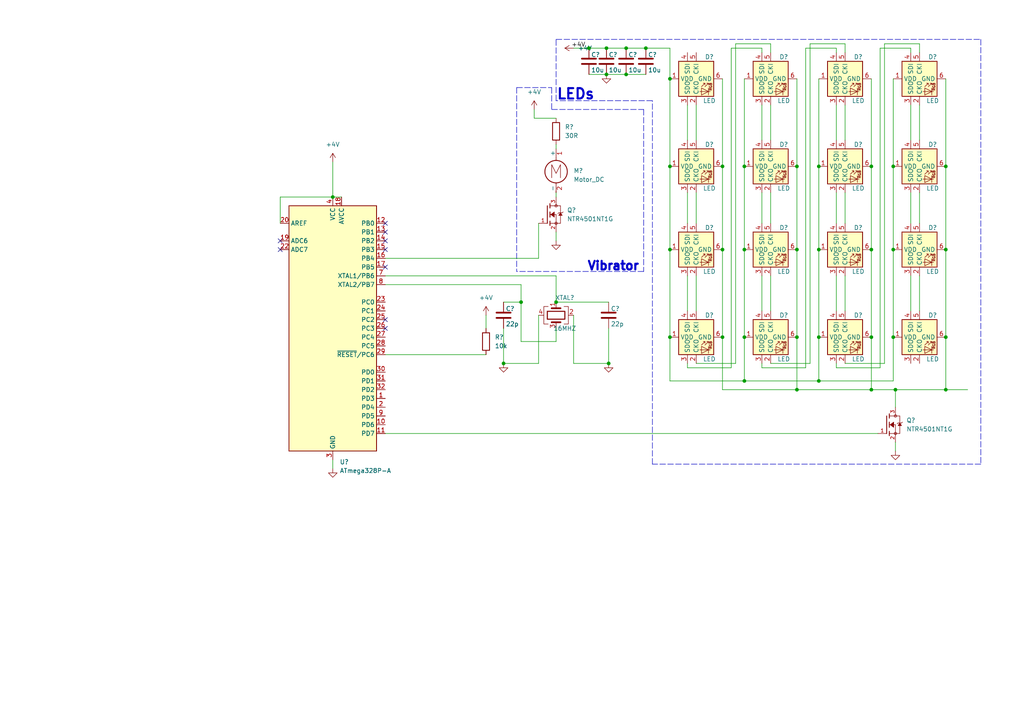
<source format=kicad_sch>
(kicad_sch (version 20211123) (generator eeschema)
  (paper "A4")
  (lib_symbols
    (symbol "Device:C" (pin_numbers hide) (pin_names (offset 0.254))
      (property "Reference" "C" (at 0.635 2.54 0))
      (property "Value" "C" (at 0.635 -2.54 0))
      (symbol "C_0_1"
        (polyline (pts (xy -2.032 -0.762) (xy 2.032 -0.762)) (stroke (width 0.508)))
        (polyline (pts (xy -2.032 0.762) (xy 2.032 0.762)) (stroke (width 0.508)))
      )
      (symbol "C_1_1"
        (pin passive line (at 0 3.81 270) (length 2.794) (name "~") (number "1"))
        (pin passive line (at 0 -3.81 90) (length 2.794) (name "~") (number "2"))
      )
    )
    (symbol "Device:Crystal_GND24" (pin_names (offset 1.016) hide)
      (property "Reference" "Y" (at 3.175 5.08 0))
      (property "Value" "Crystal_GND24" (at 3.175 3.175 0))
      (symbol "Crystal_GND24_0_1"
        (rectangle (start -1.143 2.54) (end 1.143 -2.54) (stroke (width 0.3048)))
        (polyline (pts (xy -2.54 0) (xy -2.032 0)))
        (polyline (pts (xy -2.032 -1.27) (xy -2.032 1.27)) (stroke (width 0.508)))
        (polyline (pts (xy 0 -3.81) (xy 0 -3.556)))
        (polyline (pts (xy 0 3.556) (xy 0 3.81)))
        (polyline (pts (xy 2.032 -1.27) (xy 2.032 1.27)) (stroke (width 0.508)))
        (polyline (pts (xy 2.032 0) (xy 2.54 0)))
        (polyline (pts (xy -2.54 -2.286) (xy -2.54 -3.556) (xy 2.54 -3.556) (xy 2.54 -2.286)))
        (polyline (pts (xy -2.54 2.286) (xy -2.54 3.556) (xy 2.54 3.556) (xy 2.54 2.286)))
      )
      (symbol "Crystal_GND24_1_1"
        (pin passive line (at -3.81 0 0) (length 1.27) (name "1") (number "1"))
        (pin passive line (at 0 5.08 270) (length 1.27) (name "2") (number "2"))
        (pin passive line (at 3.81 0 180) (length 1.27) (name "3") (number "3"))
        (pin passive line (at 0 -5.08 90) (length 1.27) (name "4") (number "4"))
      )
    )
    (symbol "Device:R" (pin_numbers hide) (pin_names (offset 0))
      (property "Reference" "R" (at 2.032 0 90))
      (property "Value" "R" (at 0 0 90))
      (symbol "R_0_1"
        (rectangle (start -1.016 -2.54) (end 1.016 2.54) (stroke (width 0.254)))
      )
      (symbol "R_1_1"
        (pin passive line (at 0 3.81 270) (length 1.27) (name "~") (number "1"))
        (pin passive line (at 0 -3.81 90) (length 1.27) (name "~") (number "2"))
      )
    )
    (symbol "LED:APA102-2020"
      (property "Reference" "D" (at 5.08 5.715 0))
      (property "Value" "APA102-2020" (at 1.27 -5.715 0))
      (symbol "APA102-2020_0_0"
        (text "RGB" (at 2.286 -4.191 0) (effects (font (size 0.762 0.762))))
      )
      (symbol "APA102-2020_0_1"
        (polyline (pts (xy 1.27 -3.556) (xy 1.778 -3.556)))
        (polyline (pts (xy 1.27 -2.54) (xy 1.778 -2.54)))
        (polyline (pts (xy 4.699 -3.556) (xy 2.667 -3.556)))
        (polyline (pts (xy 2.286 -2.54) (xy 1.27 -3.556) (xy 1.27 -3.048)))
        (polyline (pts (xy 2.286 -1.524) (xy 1.27 -2.54) (xy 1.27 -2.032)))
        (polyline (pts (xy 3.683 -1.016) (xy 3.683 -3.556) (xy 3.683 -4.064)))
        (polyline (pts (xy 4.699 -1.524) (xy 2.667 -1.524) (xy 3.683 -3.556) (xy 4.699 -1.524)))
        (rectangle (start 5.08 5.08) (end -5.08 -5.08) (stroke (width 0.254)) (fill (type background)))
      )
      (symbol "APA102-2020_1_1"
        (pin power_in line (at 0 7.62 270) (length 2.54) (name "VDD") (number "1"))
        (pin output line (at 7.62 0 180) (length 2.54) (name "CKO") (number "2"))
        (pin output line (at 7.62 2.54 180) (length 2.54) (name "SDO") (number "3"))
        (pin input line (at -7.62 2.54 0) (length 2.54) (name "SDI") (number "4"))
        (pin input line (at -7.62 0 0) (length 2.54) (name "CKI") (number "5"))
        (pin power_in line (at 0 -7.62 90) (length 2.54) (name "GND") (number "6"))
      )
    )
    (symbol "MCU_Microchip_ATmega:ATmega328P-A"
      (property "Reference" "U" (at -12.7 36.83 0))
      (property "Value" "ATmega328P-A" (at 2.54 -36.83 0))
      (symbol "ATmega328P-A_0_1"
        (rectangle (start -12.7 -35.56) (end 12.7 35.56) (stroke (width 0.254)) (fill (type background)))
      )
      (symbol "ATmega328P-A_1_1"
        (pin bidirectional line (at 15.24 -20.32 180) (length 2.54) (name "PD3") (number "1"))
        (pin bidirectional line (at 15.24 -27.94 180) (length 2.54) (name "PD6") (number "10"))
        (pin bidirectional line (at 15.24 -30.48 180) (length 2.54) (name "PD7") (number "11"))
        (pin bidirectional line (at 15.24 30.48 180) (length 2.54) (name "PB0") (number "12"))
        (pin bidirectional line (at 15.24 27.94 180) (length 2.54) (name "PB1") (number "13"))
        (pin bidirectional line (at 15.24 25.4 180) (length 2.54) (name "PB2") (number "14"))
        (pin bidirectional line (at 15.24 22.86 180) (length 2.54) (name "PB3") (number "15"))
        (pin bidirectional line (at 15.24 20.32 180) (length 2.54) (name "PB4") (number "16"))
        (pin bidirectional line (at 15.24 17.78 180) (length 2.54) (name "PB5") (number "17"))
        (pin power_in line (at 2.54 38.1 270) (length 2.54) (name "AVCC") (number "18"))
        (pin input line (at -15.24 25.4 0) (length 2.54) (name "ADC6") (number "19"))
        (pin bidirectional line (at 15.24 -22.86 180) (length 2.54) (name "PD4") (number "2"))
        (pin passive line (at -15.24 30.48 0) (length 2.54) (name "AREF") (number "20"))
        (pin passive line (at 0 -38.1 90) (length 2.54) hide (name "GND") (number "21"))
        (pin input line (at -15.24 22.86 0) (length 2.54) (name "ADC7") (number "22"))
        (pin bidirectional line (at 15.24 7.62 180) (length 2.54) (name "PC0") (number "23"))
        (pin bidirectional line (at 15.24 5.08 180) (length 2.54) (name "PC1") (number "24"))
        (pin bidirectional line (at 15.24 2.54 180) (length 2.54) (name "PC2") (number "25"))
        (pin bidirectional line (at 15.24 0 180) (length 2.54) (name "PC3") (number "26"))
        (pin bidirectional line (at 15.24 -2.54 180) (length 2.54) (name "PC4") (number "27"))
        (pin bidirectional line (at 15.24 -5.08 180) (length 2.54) (name "PC5") (number "28"))
        (pin bidirectional line (at 15.24 -7.62 180) (length 2.54) (name "~{RESET}/PC6") (number "29"))
        (pin power_in line (at 0 -38.1 90) (length 2.54) (name "GND") (number "3"))
        (pin bidirectional line (at 15.24 -12.7 180) (length 2.54) (name "PD0") (number "30"))
        (pin bidirectional line (at 15.24 -15.24 180) (length 2.54) (name "PD1") (number "31"))
        (pin bidirectional line (at 15.24 -17.78 180) (length 2.54) (name "PD2") (number "32"))
        (pin power_in line (at 0 38.1 270) (length 2.54) (name "VCC") (number "4"))
        (pin passive line (at 0 -38.1 90) (length 2.54) hide (name "GND") (number "5"))
        (pin passive line (at 0 38.1 270) (length 2.54) hide (name "VCC") (number "6"))
        (pin bidirectional line (at 15.24 15.24 180) (length 2.54) (name "XTAL1/PB6") (number "7"))
        (pin bidirectional line (at 15.24 12.7 180) (length 2.54) (name "XTAL2/PB7") (number "8"))
        (pin bidirectional line (at 15.24 -25.4 180) (length 2.54) (name "PD5") (number "9"))
      )
    )
    (symbol "Motor:Motor_DC" (pin_names (offset 0))
      (property "Reference" "M" (at 2.54 2.54 0))
      (property "Value" "Motor_DC" (at 2.54 -5.08 0))
      (symbol "Motor_DC_0_0"
        (polyline (pts (xy -1.27 -3.302) (xy -1.27 0.508) (xy 0 -2.032) (xy 1.27 0.508) (xy 1.27 -3.302)))
      )
      (symbol "Motor_DC_0_1"
        (circle (center 0 -1.524) (radius 3.2512) (stroke (width 0.254)))
        (polyline (pts (xy 0 -7.62) (xy 0 -7.112)))
        (polyline (pts (xy 0 -4.7752) (xy 0 -5.1816)))
        (polyline (pts (xy 0 1.7272) (xy 0 2.0828)))
        (polyline (pts (xy 0 2.032) (xy 0 2.54)))
      )
      (symbol "Motor_DC_1_1"
        (pin passive line (at 0 5.08 270) (length 2.54) (name "+") (number "1"))
        (pin passive line (at 0 -7.62 90) (length 2.54) (name "-") (number "2"))
      )
    )
    (symbol "NTR4501NT1G:NTR4501NT1G" (pin_names (offset 1.016))
      (property "Reference" "Q" (at -8.89 2.54 0))
      (property "Value" "NTR4501NT1G" (at -8.89 -7.62 0))
      (symbol "NTR4501NT1G_0_0"
        (polyline (pts (xy 0 2.54) (xy 0 -2.54)) (stroke (width 0.254)))
        (polyline (pts (xy 0.762 -2.54) (xy 0.762 -3.175)) (stroke (width 0.254)))
        (polyline (pts (xy 0.762 -1.905) (xy 0.762 -2.54)) (stroke (width 0.254)))
        (polyline (pts (xy 0.762 0) (xy 0.762 -0.762)) (stroke (width 0.254)))
        (polyline (pts (xy 0.762 0) (xy 2.54 0)) (stroke (width 0.1524)))
        (polyline (pts (xy 0.762 0.762) (xy 0.762 0)) (stroke (width 0.254)))
        (polyline (pts (xy 0.762 2.54) (xy 0.762 1.905)) (stroke (width 0.254)))
        (polyline (pts (xy 0.762 2.54) (xy 3.81 2.54)) (stroke (width 0.1524)))
        (polyline (pts (xy 0.762 3.175) (xy 0.762 2.54)) (stroke (width 0.254)))
        (polyline (pts (xy 2.54 -2.54) (xy 0.762 -2.54)) (stroke (width 0.1524)))
        (polyline (pts (xy 2.54 -2.54) (xy 3.81 -2.54)) (stroke (width 0.1524)))
        (polyline (pts (xy 2.54 0) (xy 2.54 -2.54)) (stroke (width 0.1524)))
        (polyline (pts (xy 3.302 0.508) (xy 3.048 0.254)) (stroke (width 0.1524)))
        (polyline (pts (xy 3.81 0.508) (xy 3.302 0.508)) (stroke (width 0.1524)))
        (polyline (pts (xy 3.81 0.508) (xy 3.81 -2.54)) (stroke (width 0.1524)))
        (polyline (pts (xy 3.81 2.54) (xy 3.81 0.508)) (stroke (width 0.1524)))
        (polyline (pts (xy 4.318 0.508) (xy 3.81 0.508)) (stroke (width 0.1524)))
        (polyline (pts (xy 4.572 0.762) (xy 4.318 0.508)) (stroke (width 0.1524)))
        (polyline (pts (xy 1.016 0) (xy 2.032 0.762) (xy 2.032 -0.762) (xy 1.016 0)) (stroke (width 0.1524)) (fill (type outline)))
        (polyline (pts (xy 3.81 0.508) (xy 3.302 -0.254) (xy 4.318 -0.254) (xy 3.81 0.508)) (stroke (width 0.1524)) (fill (type outline)))
        (circle (center 2.54 -2.54) (radius 0.3592))
        (circle (center 2.54 2.54) (radius 0.3592))
        (pin passive line (at -2.54 -2.54 0) (length 2.54) (name "~") (number "1"))
        (pin passive line (at 2.54 -5.08 90) (length 2.54) (name "~") (number "2"))
        (pin passive line (at 2.54 5.08 270) (length 2.54) (name "~") (number "3"))
      )
    )
    (symbol "power:+4V" (power) (pin_names (offset 0))
      (property "Value" "+4V" (at 0 3.556 0))
      (symbol "+4V_0_1"
        (polyline (pts (xy -0.762 1.27) (xy 0 2.54)))
        (polyline (pts (xy 0 0) (xy 0 2.54)))
        (polyline (pts (xy 0 2.54) (xy 0.762 1.27)))
      )
      (symbol "+4V_1_1"
        (pin power_in line (at 0 0 90) (length 0) hide (name "+4V") (number "1"))
      )
    )
    (symbol "power:GND" (power) (pin_names (offset 0))
      (property "Value" "GND" (at 0 -3.81 0))
      (symbol "GND_0_1"
        (polyline (pts (xy 0 0) (xy 0 -1.27) (xy 1.27 -1.27) (xy 0 -2.54) (xy -1.27 -1.27) (xy 0 -1.27)))
      )
      (symbol "GND_1_1"
        (pin power_in line (at 0 0 270) (length 0) hide (name "GND") (number "1"))
      )
    )
  )
  (junction (at 237.49 48.26))
  (junction (at 175.895 13.97))
  (junction (at 231.14 48.26))
  (junction (at 181.61 13.97))
  (junction (at 194.31 48.26))
  (junction (at 146.05 105.41))
  (junction (at 96.52 57.15))
  (junction (at 215.9 48.26))
  (junction (at 274.32 97.79))
  (junction (at 252.73 48.26))
  (junction (at 209.55 97.79))
  (junction (at 237.49 110.49))
  (junction (at 274.32 113.03))
  (junction (at 259.08 97.79))
  (junction (at 231.14 97.79))
  (junction (at 252.73 97.79))
  (junction (at 181.61 21.59))
  (junction (at 151.13 87.63))
  (junction (at 274.32 72.39))
  (junction (at 252.73 113.03))
  (junction (at 215.9 72.39))
  (junction (at 194.31 97.79))
  (junction (at 231.14 113.03))
  (junction (at 259.08 48.26))
  (junction (at 209.55 48.26))
  (junction (at 259.715 113.03))
  (junction (at 176.53 105.41))
  (junction (at 231.14 72.39))
  (junction (at 170.815 13.97))
  (junction (at 274.32 48.26))
  (junction (at 215.9 97.79))
  (junction (at 209.55 72.39))
  (junction (at 215.9 110.49))
  (junction (at 161.29 87.63))
  (junction (at 194.31 22.86))
  (junction (at 252.73 72.39))
  (junction (at 259.08 72.39))
  (junction (at 175.895 21.59))
  (junction (at 194.31 72.39))
  (junction (at 237.49 72.39))
  (junction (at 237.49 97.79))
  (junction (at 187.325 13.97))
  (no_connect (at 111.76 67.31))
  (no_connect (at 111.76 77.47))
  (no_connect (at 111.76 64.77))
  (no_connect (at 111.76 95.25))
  (no_connect (at 81.28 72.39))
  (no_connect (at 81.28 69.85))
  (no_connect (at 111.76 92.71))
  (no_connect (at 111.76 72.39))
  (no_connect (at 111.76 69.85))
  (wire (pts (xy 231.14 22.86) (xy 231.14 48.26)))
  (wire (pts (xy 161.29 41.91) (xy 161.29 43.18)))
  (wire (pts (xy 96.52 57.15) (xy 99.06 57.15)))
  (wire (pts (xy 201.93 55.88) (xy 201.93 64.77)))
  (wire (pts (xy 237.49 22.86) (xy 237.49 48.26)))
  (wire (pts (xy 242.57 80.01) (xy 242.57 90.17)))
  (wire (pts (xy 237.49 72.39) (xy 237.49 97.79)))
  (wire (pts (xy 264.16 13.97) (xy 255.27 13.97)))
  (wire (pts (xy 111.76 80.01) (xy 161.29 80.01)))
  (wire (pts (xy 199.39 55.88) (xy 199.39 64.77)))
  (polyline (pts (xy 284.48 134.62) (xy 189.23 134.62)))
  (wire (pts (xy 161.29 67.31) (xy 161.29 69.85)))
  (polyline (pts (xy 186.69 31.75) (xy 186.69 78.74)))
  (wire (pts (xy 252.73 72.39) (xy 252.73 97.79)))
  (wire (pts (xy 161.29 34.29) (xy 154.94 34.29)))
  (wire (pts (xy 161.29 87.63) (xy 176.53 87.63)))
  (wire (pts (xy 170.815 13.97) (xy 175.895 13.97)))
  (wire (pts (xy 223.52 30.48) (xy 223.52 40.64)))
  (wire (pts (xy 96.52 133.35) (xy 96.52 135.89)))
  (wire (pts (xy 209.55 72.39) (xy 209.55 97.79)))
  (polyline (pts (xy 160.02 25.4) (xy 160.02 31.75)))
  (wire (pts (xy 181.61 21.59) (xy 187.325 21.59)))
  (wire (pts (xy 96.52 46.99) (xy 96.52 57.15)))
  (wire (pts (xy 194.31 72.39) (xy 194.31 97.79)))
  (wire (pts (xy 146.05 87.63) (xy 151.13 87.63)))
  (wire (pts (xy 213.36 12.7) (xy 223.52 12.7)))
  (wire (pts (xy 151.13 87.63) (xy 151.13 99.06)))
  (wire (pts (xy 274.32 72.39) (xy 274.32 97.79)))
  (wire (pts (xy 259.08 110.49) (xy 237.49 110.49)))
  (wire (pts (xy 194.31 110.49) (xy 194.31 97.79)))
  (wire (pts (xy 242.57 55.88) (xy 242.57 64.77)))
  (wire (pts (xy 233.68 13.97) (xy 233.68 106.68)))
  (polyline (pts (xy 189.23 29.21) (xy 161.29 29.21)))
  (wire (pts (xy 266.7 30.48) (xy 266.7 40.64)))
  (wire (pts (xy 259.715 113.03) (xy 274.32 113.03)))
  (wire (pts (xy 237.49 48.26) (xy 237.49 72.39)))
  (wire (pts (xy 81.28 64.77) (xy 81.28 57.15)))
  (wire (pts (xy 146.05 105.41) (xy 146.05 95.25)))
  (wire (pts (xy 242.57 15.24) (xy 242.57 13.97)))
  (wire (pts (xy 223.52 12.7) (xy 223.52 15.24)))
  (wire (pts (xy 231.14 113.03) (xy 252.73 113.03)))
  (wire (pts (xy 266.7 80.01) (xy 266.7 90.17)))
  (wire (pts (xy 166.37 13.97) (xy 170.815 13.97)))
  (wire (pts (xy 234.95 12.7) (xy 245.11 12.7)))
  (wire (pts (xy 242.57 106.68) (xy 242.57 105.41)))
  (wire (pts (xy 170.815 21.59) (xy 175.895 21.59)))
  (wire (pts (xy 194.31 48.26) (xy 194.31 72.39)))
  (wire (pts (xy 209.55 97.79) (xy 209.55 113.03)))
  (wire (pts (xy 215.9 22.86) (xy 215.9 48.26)))
  (wire (pts (xy 245.11 105.41) (xy 256.54 105.41)))
  (wire (pts (xy 220.98 30.48) (xy 220.98 40.64)))
  (wire (pts (xy 220.98 80.01) (xy 220.98 90.17)))
  (wire (pts (xy 215.9 97.79) (xy 215.9 110.49)))
  (wire (pts (xy 256.54 12.7) (xy 266.7 12.7)))
  (wire (pts (xy 242.57 30.48) (xy 242.57 40.64)))
  (wire (pts (xy 209.55 48.26) (xy 209.55 72.39)))
  (wire (pts (xy 264.16 30.48) (xy 264.16 40.64)))
  (wire (pts (xy 255.27 13.97) (xy 255.27 106.68)))
  (wire (pts (xy 161.29 80.01) (xy 161.29 87.63)))
  (wire (pts (xy 209.55 113.03) (xy 231.14 113.03)))
  (wire (pts (xy 220.98 106.68) (xy 220.98 105.41)))
  (wire (pts (xy 215.9 48.26) (xy 215.9 72.39)))
  (wire (pts (xy 274.32 113.03) (xy 280.67 113.03)))
  (wire (pts (xy 161.29 57.15) (xy 161.29 55.88)))
  (wire (pts (xy 264.16 15.24) (xy 264.16 13.97)))
  (wire (pts (xy 245.11 55.88) (xy 245.11 64.77)))
  (wire (pts (xy 234.95 105.41) (xy 234.95 12.7)))
  (wire (pts (xy 259.715 128.27) (xy 259.715 130.81)))
  (wire (pts (xy 81.28 57.15) (xy 96.52 57.15)))
  (wire (pts (xy 220.98 15.24) (xy 220.98 13.97)))
  (wire (pts (xy 259.08 97.79) (xy 259.08 110.49)))
  (wire (pts (xy 111.76 74.93) (xy 156.21 74.93)))
  (wire (pts (xy 264.16 55.88) (xy 264.16 64.77)))
  (wire (pts (xy 231.14 72.39) (xy 231.14 97.79)))
  (polyline (pts (xy 186.69 78.74) (xy 149.86 78.74)))
  (wire (pts (xy 233.68 106.68) (xy 220.98 106.68)))
  (wire (pts (xy 274.32 48.26) (xy 274.32 72.39)))
  (wire (pts (xy 245.11 80.01) (xy 245.11 90.17)))
  (wire (pts (xy 156.21 105.41) (xy 146.05 105.41)))
  (wire (pts (xy 151.13 82.55) (xy 151.13 87.63)))
  (wire (pts (xy 166.37 105.41) (xy 166.37 91.44)))
  (wire (pts (xy 255.27 106.68) (xy 242.57 106.68)))
  (wire (pts (xy 161.29 99.06) (xy 161.29 95.25)))
  (wire (pts (xy 199.39 80.01) (xy 199.39 90.17)))
  (polyline (pts (xy 161.29 11.43) (xy 284.48 11.43)))
  (wire (pts (xy 201.93 105.41) (xy 213.36 105.41)))
  (wire (pts (xy 156.21 91.44) (xy 156.21 105.41)))
  (wire (pts (xy 151.13 99.06) (xy 161.29 99.06)))
  (wire (pts (xy 212.09 106.68) (xy 199.39 106.68)))
  (wire (pts (xy 274.32 22.86) (xy 274.32 48.26)))
  (wire (pts (xy 154.94 31.75) (xy 154.94 34.29)))
  (wire (pts (xy 181.61 13.97) (xy 187.325 13.97)))
  (wire (pts (xy 223.52 80.01) (xy 223.52 90.17)))
  (polyline (pts (xy 284.48 11.43) (xy 284.48 134.62)))
  (wire (pts (xy 199.39 30.48) (xy 199.39 40.64)))
  (wire (pts (xy 212.09 13.97) (xy 212.09 106.68)))
  (polyline (pts (xy 149.86 25.4) (xy 149.86 78.74)))
  (polyline (pts (xy 161.29 29.21) (xy 161.29 11.43)))
  (wire (pts (xy 199.39 106.68) (xy 199.39 105.41)))
  (wire (pts (xy 274.32 97.79) (xy 274.32 113.03)))
  (wire (pts (xy 176.53 105.41) (xy 176.53 95.25)))
  (wire (pts (xy 220.98 55.88) (xy 220.98 64.77)))
  (wire (pts (xy 175.895 13.97) (xy 181.61 13.97)))
  (wire (pts (xy 259.08 22.86) (xy 259.08 48.26)))
  (wire (pts (xy 187.325 13.97) (xy 194.31 13.97)))
  (wire (pts (xy 259.08 72.39) (xy 259.08 97.79)))
  (wire (pts (xy 266.7 55.88) (xy 266.7 64.77)))
  (wire (pts (xy 194.31 22.86) (xy 194.31 13.97)))
  (wire (pts (xy 242.57 13.97) (xy 233.68 13.97)))
  (wire (pts (xy 111.76 125.73) (xy 254.635 125.73)))
  (wire (pts (xy 245.11 30.48) (xy 245.11 40.64)))
  (wire (pts (xy 166.37 105.41) (xy 176.53 105.41)))
  (polyline (pts (xy 149.86 25.4) (xy 160.02 25.4)))
  (wire (pts (xy 252.73 113.03) (xy 259.715 113.03)))
  (wire (pts (xy 231.14 48.26) (xy 231.14 72.39)))
  (wire (pts (xy 266.7 12.7) (xy 266.7 15.24)))
  (wire (pts (xy 111.76 82.55) (xy 151.13 82.55)))
  (wire (pts (xy 209.55 22.86) (xy 209.55 48.26)))
  (wire (pts (xy 220.98 13.97) (xy 212.09 13.97)))
  (wire (pts (xy 201.93 30.48) (xy 201.93 40.64)))
  (wire (pts (xy 256.54 105.41) (xy 256.54 12.7)))
  (wire (pts (xy 223.52 105.41) (xy 234.95 105.41)))
  (wire (pts (xy 223.52 55.88) (xy 223.52 64.77)))
  (wire (pts (xy 215.9 72.39) (xy 215.9 97.79)))
  (polyline (pts (xy 189.23 134.62) (xy 189.23 29.21)))
  (wire (pts (xy 252.73 22.86) (xy 252.73 48.26)))
  (wire (pts (xy 259.08 48.26) (xy 259.08 72.39)))
  (wire (pts (xy 140.97 91.44) (xy 140.97 95.25)))
  (wire (pts (xy 259.715 113.03) (xy 259.715 118.11)))
  (wire (pts (xy 213.36 105.41) (xy 213.36 12.7)))
  (wire (pts (xy 264.16 80.01) (xy 264.16 90.17)))
  (wire (pts (xy 252.73 48.26) (xy 252.73 72.39)))
  (wire (pts (xy 215.9 110.49) (xy 194.31 110.49)))
  (wire (pts (xy 111.76 102.87) (xy 140.97 102.87)))
  (wire (pts (xy 252.73 97.79) (xy 252.73 113.03)))
  (wire (pts (xy 237.49 110.49) (xy 215.9 110.49)))
  (wire (pts (xy 201.93 80.01) (xy 201.93 90.17)))
  (wire (pts (xy 245.11 12.7) (xy 245.11 15.24)))
  (polyline (pts (xy 160.02 31.75) (xy 186.69 31.75)))
  (wire (pts (xy 231.14 113.03) (xy 231.14 97.79)))
  (wire (pts (xy 237.49 97.79) (xy 237.49 110.49)))
  (wire (pts (xy 175.895 21.59) (xy 181.61 21.59)))
  (wire (pts (xy 194.31 22.86) (xy 194.31 48.26)))
  (wire (pts (xy 156.21 74.93) (xy 156.21 64.77)))
  (text "Vibrator\n" (at 170.18 78.74 0) (effects (font (size 2.5 2.5) (thickness 0.6) bold) (justify left bottom)))
  (text "LEDs" (at 161.29 29.21 0) (effects (font (size 3 3) (thickness 0.6) bold) (justify left bottom)))
  (label "+4V" (at 165.735 13.97 0))
  (symbol (lib_id "power:+4V") (at 96.52 46.99 0) (unit 1)
    (property "Reference" "#PWR?" (effects hide))
    (property "Value" "+4V" (at 96.52 41.91 0))
  )
  (symbol (lib_id "LED:APA102-2020") (at 245.11 97.79 90) (mirror x) (unit 1)
    (property "Reference" "D?" (at 248.92 91.44 90))
    (property "Value" "LED" (at 248.92 104.14 90))
    (property "Footprint" "LED_SMD:LED-APA102-2020" (effects hide))
    (property "Datasheet" "http://www.led-color.com/upload/201604/APA102-2020%20SMD%20LED.pdf" (effects hide))
  )
  (symbol (lib_id "MCU_Microchip_ATmega:ATmega328P-A") (at 96.52 95.25 0) (unit 1)
    (property "Reference" "U?" (at 98.5394 133.985 0) (effects (justify left)))
    (property "Value" "ATmega328P-A" (at 98.5394 136.525 0) (effects (justify left)))
    (property "Footprint" "Package_QFP:TQFP-32_7x7mm_P0.8mm" (effects hide))
    (property "Datasheet" "http://ww1.microchip.com/downloads/en/DeviceDoc/ATmega328_P%20AVR%20MCU%20with%20picoPower%20Technology%20Data%20Sheet%2040001984A.pdf" (effects hide))
  )
  (symbol (lib_id "NTR4501NT1G:NTR4501NT1G") (at 158.75 62.23 0) (unit 1)
    (property "Reference" "Q?" (at 164.465 60.9599 0) (effects (justify left)))
    (property "Value" "NTR4501NT1G" (at 164.465 63.4999 0) (effects (justify left)))
    (property "Footprint" "SOT95P237X111-3N" (effects hide))
    (property "PARTREV" "15" (effects hide))
    (property "STANDARD" "IPC-7351 B" (effects hide))
    (property "MAXIMUM_PACKAGE_HEIGHT" "1.11 mm" (effects hide))
    (property "MANUFACTURER" "ON Semiconductor" (effects hide))
  )
  (symbol (lib_id "power:+4V") (at 154.94 31.75 0) (unit 1)
    (property "Reference" "#PWR?" (effects hide))
    (property "Value" "+4V" (at 154.94 26.67 0))
  )
  (symbol (lib_id "LED:APA102-2020") (at 201.93 48.26 90) (mirror x) (unit 1)
    (property "Reference" "D?" (at 205.74 41.91 90))
    (property "Value" "LED" (at 205.74 54.61 90))
    (property "Footprint" "LED_SMD:LED-APA102-2020" (effects hide))
    (property "Datasheet" "http://www.led-color.com/upload/201604/APA102-2020%20SMD%20LED.pdf" (effects hide))
  )
  (symbol (lib_id "power:+4V") (at 166.37 13.97 90) (unit 1)
    (property "Reference" "#PWR?" (effects hide))
    (property "Value" "+4V" (at 167.64 13.9699 90) (effects (justify right)))
  )
  (symbol (lib_id "LED:APA102-2020") (at 223.52 48.26 90) (mirror x) (unit 1)
    (property "Reference" "D?" (at 227.33 41.91 90))
    (property "Value" "LED" (at 227.33 54.61 90))
    (property "Footprint" "LED_SMD:LED-APA102-2020" (effects hide))
    (property "Datasheet" "http://www.led-color.com/upload/201604/APA102-2020%20SMD%20LED.pdf" (effects hide))
  )
  (symbol (lib_id "LED:APA102-2020") (at 266.7 72.39 90) (mirror x) (unit 1)
    (property "Reference" "D?" (at 270.51 66.04 90))
    (property "Value" "LED" (at 270.51 78.74 90))
    (property "Footprint" "LED_SMD:LED-APA102-2020" (effects hide))
    (property "Datasheet" "http://www.led-color.com/upload/201604/APA102-2020%20SMD%20LED.pdf" (effects hide))
  )
  (symbol (lib_id "LED:APA102-2020") (at 245.11 22.86 90) (mirror x) (unit 1)
    (property "Reference" "D?" (at 248.92 16.51 90))
    (property "Value" "LED" (at 248.92 29.21 90))
    (property "Footprint" "LED_SMD:LED-APA102-2020" (effects hide))
    (property "Datasheet" "http://www.led-color.com/upload/201604/APA102-2020%20SMD%20LED.pdf" (effects hide))
  )
  (symbol (lib_id "Device:C") (at 170.815 17.78 0) (unit 1)
    (property "Reference" "C?" (at 171.45 15.875 0) (effects (justify left)))
    (property "Value" "10u" (at 171.45 20.32 0) (effects (justify left)))
  )
  (symbol (lib_id "Device:C") (at 146.05 91.44 0) (unit 1)
    (property "Reference" "C?" (at 146.685 89.535 0) (effects (justify left)))
    (property "Value" "22p" (at 146.685 93.98 0) (effects (justify left)))
  )
  (symbol (lib_id "Motor:Motor_DC") (at 161.29 48.26 0) (unit 1)
    (property "Reference" "M?" (at 166.37 49.5299 0) (effects (justify left)))
    (property "Value" "Motor_DC" (at 166.37 52.0699 0) (effects (justify left)))
  )
  (symbol (lib_id "LED:APA102-2020") (at 223.52 97.79 90) (mirror x) (unit 1)
    (property "Reference" "D?" (at 227.33 91.44 90))
    (property "Value" "LED" (at 227.33 104.14 90))
    (property "Footprint" "LED_SMD:LED-APA102-2020" (effects hide))
    (property "Datasheet" "http://www.led-color.com/upload/201604/APA102-2020%20SMD%20LED.pdf" (effects hide))
  )
  (symbol (lib_id "Device:C") (at 181.61 17.78 0) (unit 1)
    (property "Reference" "C?" (at 182.245 15.875 0) (effects (justify left)))
    (property "Value" "10u" (at 182.245 20.32 0) (effects (justify left)))
  )
  (symbol (lib_id "power:GND") (at 146.05 105.41 0) (unit 1)
    (property "Reference" "#PWR?" (effects hide))
    (property "Value" "GND" (effects hide))
  )
  (symbol (lib_id "Device:C") (at 187.325 17.78 0) (unit 1)
    (property "Reference" "C?" (at 187.96 15.875 0) (effects (justify left)))
    (property "Value" "10u" (at 187.96 20.32 0) (effects (justify left)))
  )
  (symbol (lib_id "LED:APA102-2020") (at 223.52 72.39 90) (mirror x) (unit 1)
    (property "Reference" "D?" (at 227.33 66.04 90))
    (property "Value" "LED" (at 227.33 78.74 90))
    (property "Footprint" "LED_SMD:LED-APA102-2020" (effects hide))
    (property "Datasheet" "http://www.led-color.com/upload/201604/APA102-2020%20SMD%20LED.pdf" (effects hide))
  )
  (symbol (lib_id "power:+4V") (at 140.97 91.44 0) (unit 1)
    (property "Reference" "#PWR?" (effects hide))
    (property "Value" "+4V" (at 140.97 86.36 0))
  )
  (symbol (lib_id "Device:C") (at 175.895 17.78 0) (unit 1)
    (property "Reference" "C?" (at 176.53 15.875 0) (effects (justify left)))
    (property "Value" "10u" (at 176.53 20.32 0) (effects (justify left)))
  )
  (symbol (lib_id "power:GND") (at 161.29 69.85 0) (unit 1)
    (property "Reference" "#PWR?" (effects hide))
    (property "Value" "GND" (effects hide))
  )
  (symbol (lib_id "LED:APA102-2020") (at 266.7 22.86 90) (mirror x) (unit 1)
    (property "Reference" "D?" (at 270.51 16.51 90))
    (property "Value" "LED" (at 270.51 29.21 90))
    (property "Footprint" "LED_SMD:LED-APA102-2020" (effects hide))
    (property "Datasheet" "http://www.led-color.com/upload/201604/APA102-2020%20SMD%20LED.pdf" (effects hide))
  )
  (symbol (lib_id "LED:APA102-2020") (at 223.52 22.86 90) (mirror x) (unit 1)
    (property "Reference" "D?" (at 227.33 16.51 90))
    (property "Value" "LED" (at 227.33 29.21 90))
    (property "Footprint" "LED_SMD:LED-APA102-2020" (effects hide))
    (property "Datasheet" "http://www.led-color.com/upload/201604/APA102-2020%20SMD%20LED.pdf" (effects hide))
  )
  (symbol (lib_id "LED:APA102-2020") (at 266.7 97.79 90) (mirror x) (unit 1)
    (property "Reference" "D?" (at 270.51 91.44 90))
    (property "Value" "LED" (at 270.51 104.14 90))
    (property "Footprint" "LED_SMD:LED-APA102-2020" (effects hide))
    (property "Datasheet" "http://www.led-color.com/upload/201604/APA102-2020%20SMD%20LED.pdf" (effects hide))
  )
  (symbol (lib_id "LED:APA102-2020") (at 201.93 22.86 90) (mirror x) (unit 1)
    (property "Reference" "D?" (at 205.74 16.51 90))
    (property "Value" "LED" (at 205.74 29.21 90))
    (property "Footprint" "LED_SMD:LED-APA102-2020" (effects hide))
    (property "Datasheet" "http://www.led-color.com/upload/201604/APA102-2020%20SMD%20LED.pdf" (effects hide))
  )
  (symbol (lib_id "NTR4501NT1G:NTR4501NT1G") (at 257.175 123.19 0) (unit 1)
    (property "Reference" "Q?" (at 262.89 121.9199 0) (effects (justify left)))
    (property "Value" "NTR4501NT1G" (at 262.89 124.4599 0) (effects (justify left)))
    (property "Footprint" "SOT95P237X111-3N" (effects hide))
    (property "PARTREV" "15" (effects hide))
    (property "STANDARD" "IPC-7351 B" (effects hide))
    (property "MAXIMUM_PACKAGE_HEIGHT" "1.11 mm" (effects hide))
    (property "MANUFACTURER" "ON Semiconductor" (effects hide))
  )
  (symbol (lib_id "Device:C") (at 176.53 91.44 0) (unit 1)
    (property "Reference" "C?" (at 177.165 89.535 0) (effects (justify left)))
    (property "Value" "22p" (at 177.165 93.98 0) (effects (justify left)))
  )
  (symbol (lib_id "LED:APA102-2020") (at 201.93 97.79 90) (mirror x) (unit 1)
    (property "Reference" "D?" (at 205.74 91.44 90))
    (property "Value" "LED" (at 205.74 104.14 90))
    (property "Footprint" "LED_SMD:LED-APA102-2020" (effects hide))
    (property "Datasheet" "http://www.led-color.com/upload/201604/APA102-2020%20SMD%20LED.pdf" (effects hide))
  )
  (symbol (lib_id "power:GND") (at 96.52 135.89 0) (unit 1)
    (property "Reference" "#PWR?" (effects hide))
    (property "Value" "GND" (effects hide))
  )
  (symbol (lib_id "Device:R") (at 161.29 38.1 0) (unit 1)
    (property "Reference" "R?" (at 163.83 36.8299 0) (effects (justify left)))
    (property "Value" "30R" (at 163.83 39.3699 0) (effects (justify left)))
  )
  (symbol (lib_id "power:GND") (at 175.895 21.59 0) (unit 1)
    (property "Reference" "#PWR?" (effects hide))
    (property "Value" "GND" (effects hide))
  )
  (symbol (lib_id "Device:R") (at 140.97 99.06 0) (unit 1)
    (property "Reference" "R?" (at 143.51 97.7899 0) (effects (justify left)))
    (property "Value" "10k" (at 143.51 100.3299 0) (effects (justify left)))
  )
  (symbol (lib_id "LED:APA102-2020") (at 245.11 72.39 90) (mirror x) (unit 1)
    (property "Reference" "D?" (at 248.92 66.04 90))
    (property "Value" "LED" (at 248.92 78.74 90))
    (property "Footprint" "LED_SMD:LED-APA102-2020" (effects hide))
    (property "Datasheet" "http://www.led-color.com/upload/201604/APA102-2020%20SMD%20LED.pdf" (effects hide))
  )
  (symbol (lib_id "power:GND") (at 259.715 130.81 0) (unit 1)
    (property "Reference" "#PWR?" (effects hide))
    (property "Value" "GND" (effects hide))
  )
  (symbol (lib_id "Device:Crystal_GND24") (at 161.29 91.44 270) (unit 1)
    (property "Reference" "XTAL?" (at 163.83 86.36 90))
    (property "Value" "16MHZ" (at 163.83 95.25 90))
  )
  (symbol (lib_id "LED:APA102-2020") (at 245.11 48.26 90) (mirror x) (unit 1)
    (property "Reference" "D?" (at 248.92 41.91 90))
    (property "Value" "LED" (at 248.92 54.61 90))
    (property "Footprint" "LED_SMD:LED-APA102-2020" (effects hide))
    (property "Datasheet" "http://www.led-color.com/upload/201604/APA102-2020%20SMD%20LED.pdf" (effects hide))
  )
  (symbol (lib_id "power:GND") (at 176.53 105.41 0) (unit 1)
    (property "Reference" "#PWR?" (effects hide))
    (property "Value" "GND" (effects hide))
  )
  (symbol (lib_id "LED:APA102-2020") (at 201.93 72.39 90) (mirror x) (unit 1)
    (property "Reference" "D?" (at 205.74 66.04 90))
    (property "Value" "LED" (at 205.74 78.74 90))
    (property "Footprint" "LED_SMD:LED-APA102-2020" (effects hide))
    (property "Datasheet" "http://www.led-color.com/upload/201604/APA102-2020%20SMD%20LED.pdf" (effects hide))
  )
  (symbol (lib_id "LED:APA102-2020") (at 266.7 48.26 90) (mirror x) (unit 1)
    (property "Reference" "D?" (at 270.51 41.91 90))
    (property "Value" "LED" (at 270.51 54.61 90))
    (property "Footprint" "LED_SMD:LED-APA102-2020" (effects hide))
    (property "Datasheet" "http://www.led-color.com/upload/201604/APA102-2020%20SMD%20LED.pdf" (effects hide))
  )
)
</source>
